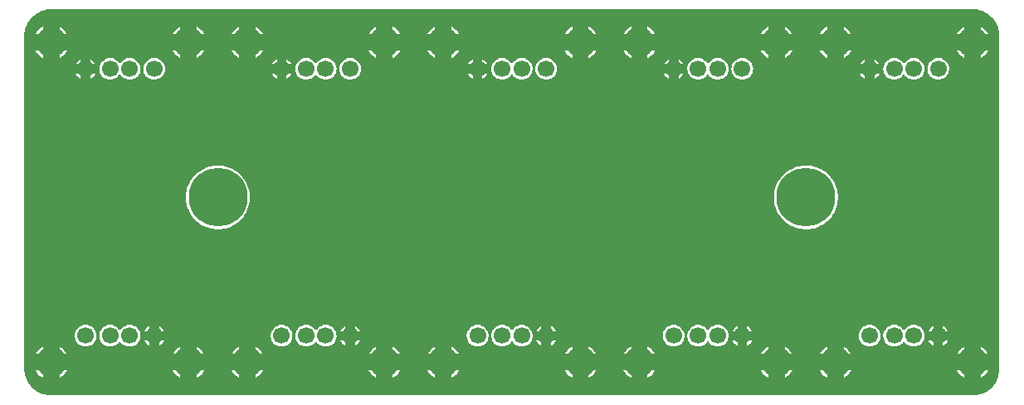
<source format=gtl>
G04 Layer: TopLayer*
G04 EasyEDA v6.5.1, 2022-07-02 21:29:07*
G04 a67cddfb3fce44daa9051d46cbbcc19f,10*
G04 Gerber Generator version 0.2*
G04 Scale: 100 percent, Rotated: No, Reflected: No *
G04 Dimensions in millimeters *
G04 leading zeros omitted , absolute positions ,4 integer and 5 decimal *
%FSLAX45Y45*%
%MOMM*%

%ADD11C,3.1000*%
%ADD12C,1.7000*%
%ADD13C,6.0000*%
%ADD14C,1.2700*%

%LPD*%
G36*
X300278Y25908D02*
G01*
X278079Y26822D01*
X256743Y29362D01*
X235610Y33629D01*
X214934Y39471D01*
X194767Y46939D01*
X175209Y55981D01*
X156464Y66548D01*
X138582Y78536D01*
X121716Y91846D01*
X105918Y106476D01*
X91338Y122326D01*
X78028Y139242D01*
X66141Y157124D01*
X55626Y175920D01*
X46634Y195478D01*
X39217Y215696D01*
X33426Y236423D01*
X29260Y257505D01*
X26771Y278892D01*
X25908Y300685D01*
X25908Y3699306D01*
X26822Y3721912D01*
X29362Y3743248D01*
X33629Y3764381D01*
X39471Y3785057D01*
X46939Y3805224D01*
X55981Y3824782D01*
X66548Y3843528D01*
X78536Y3861409D01*
X91846Y3878275D01*
X106476Y3894074D01*
X122326Y3908653D01*
X139242Y3921963D01*
X157124Y3933901D01*
X175920Y3944365D01*
X195478Y3953357D01*
X215696Y3960774D01*
X236423Y3966565D01*
X257505Y3970731D01*
X278892Y3973220D01*
X300685Y3974084D01*
X9699294Y3974084D01*
X9721900Y3973169D01*
X9743287Y3970629D01*
X9764369Y3966413D01*
X9785045Y3960520D01*
X9805263Y3953052D01*
X9824770Y3944010D01*
X9843516Y3933444D01*
X9861397Y3921506D01*
X9878314Y3908145D01*
X9894062Y3893515D01*
X9908641Y3877665D01*
X9921951Y3860749D01*
X9933889Y3842867D01*
X9944354Y3824071D01*
X9953345Y3804513D01*
X9960762Y3784295D01*
X9966553Y3763568D01*
X9970770Y3742486D01*
X9973259Y3721100D01*
X9974072Y3699306D01*
X9974072Y300685D01*
X9973157Y278079D01*
X9970617Y256743D01*
X9966401Y235610D01*
X9960508Y214934D01*
X9953040Y194767D01*
X9943998Y175209D01*
X9933482Y156464D01*
X9921494Y138582D01*
X9908133Y121716D01*
X9893503Y105918D01*
X9877704Y91338D01*
X9860788Y78028D01*
X9842855Y66141D01*
X9824059Y55626D01*
X9804501Y46634D01*
X9784334Y39217D01*
X9763607Y33426D01*
X9742474Y29260D01*
X9721088Y26771D01*
X9699294Y25908D01*
G37*

%LPC*%
G36*
X2139797Y3719372D02*
G01*
X2216150Y3719372D01*
X2216150Y3795623D01*
X2202942Y3788156D01*
X2187752Y3777335D01*
X2173732Y3765042D01*
X2161082Y3751376D01*
X2149906Y3736492D01*
G37*
G36*
X1616151Y204368D02*
G01*
X1616151Y280670D01*
X1539798Y280670D01*
X1540306Y279501D01*
X1549908Y263499D01*
X1561084Y248615D01*
X1573733Y234950D01*
X1587703Y222656D01*
X1602892Y211836D01*
G37*
G36*
X216154Y204368D02*
G01*
X216154Y280670D01*
X139801Y280670D01*
X149910Y263499D01*
X161086Y248615D01*
X173736Y234950D01*
X187756Y222656D01*
X202946Y211836D01*
G37*
G36*
X1783842Y204368D02*
G01*
X1797100Y211836D01*
X1812239Y222656D01*
X1826260Y234950D01*
X1838909Y248615D01*
X1850085Y263499D01*
X1859686Y279501D01*
X1860194Y280670D01*
X1783842Y280670D01*
G37*
G36*
X6216142Y204368D02*
G01*
X6216142Y280670D01*
X6139789Y280670D01*
X6149898Y263499D01*
X6161125Y248615D01*
X6173774Y234950D01*
X6187744Y222656D01*
X6202934Y211836D01*
G37*
G36*
X4216146Y204368D02*
G01*
X4216146Y280670D01*
X4139793Y280670D01*
X4149902Y263499D01*
X4161078Y248615D01*
X4173778Y234950D01*
X4187748Y222656D01*
X4202938Y211836D01*
G37*
G36*
X3616147Y204368D02*
G01*
X3616147Y280670D01*
X3539794Y280670D01*
X3540302Y279501D01*
X3549904Y263499D01*
X3561079Y248615D01*
X3573729Y234950D01*
X3587750Y222656D01*
X3602888Y211836D01*
G37*
G36*
X7616139Y204368D02*
G01*
X7616139Y280670D01*
X7539786Y280670D01*
X7540294Y279501D01*
X7549896Y263499D01*
X7561072Y248615D01*
X7573721Y234950D01*
X7587742Y222656D01*
X7602880Y211836D01*
G37*
G36*
X5616143Y204368D02*
G01*
X5616143Y280670D01*
X5539790Y280670D01*
X5540298Y279501D01*
X5549900Y263499D01*
X5561076Y248615D01*
X5573725Y234950D01*
X5587746Y222656D01*
X5602884Y211836D01*
G37*
G36*
X8216138Y204368D02*
G01*
X8216138Y280670D01*
X8139785Y280670D01*
X8149945Y263499D01*
X8161121Y248615D01*
X8173770Y234950D01*
X8187740Y222656D01*
X8202930Y211836D01*
G37*
G36*
X2216150Y204368D02*
G01*
X2216150Y280670D01*
X2139797Y280670D01*
X2149906Y263499D01*
X2161082Y248615D01*
X2173732Y234950D01*
X2187752Y222656D01*
X2202942Y211836D01*
G37*
G36*
X9616135Y204368D02*
G01*
X9616135Y280670D01*
X9539782Y280670D01*
X9549892Y263499D01*
X9561068Y248615D01*
X9573717Y234950D01*
X9587738Y222656D01*
X9602927Y211836D01*
G37*
G36*
X5783834Y204368D02*
G01*
X5797092Y211836D01*
X5812231Y222656D01*
X5826252Y234950D01*
X5838901Y248615D01*
X5850077Y263499D01*
X5859678Y279501D01*
X5860186Y280670D01*
X5783834Y280670D01*
G37*
G36*
X3783837Y204368D02*
G01*
X3797096Y211836D01*
X3812235Y222656D01*
X3826256Y234950D01*
X3838905Y248615D01*
X3850081Y263499D01*
X3859682Y279501D01*
X3860190Y280670D01*
X3783837Y280670D01*
G37*
G36*
X4383836Y204368D02*
G01*
X4397095Y211836D01*
X4412284Y222656D01*
X4426254Y234950D01*
X4438904Y248615D01*
X4450080Y263499D01*
X4460240Y280670D01*
X4383836Y280670D01*
G37*
G36*
X2383840Y204368D02*
G01*
X2397099Y211836D01*
X2412288Y222656D01*
X2426258Y234950D01*
X2438908Y248615D01*
X2450084Y263499D01*
X2460244Y280670D01*
X2383840Y280670D01*
G37*
G36*
X6383832Y204368D02*
G01*
X6397091Y211836D01*
X6412280Y222656D01*
X6426250Y234950D01*
X6438900Y248615D01*
X6450076Y263499D01*
X6460236Y280670D01*
X6383832Y280670D01*
G37*
G36*
X8383879Y204368D02*
G01*
X8397087Y211836D01*
X8412276Y222656D01*
X8426246Y234950D01*
X8438896Y248615D01*
X8450072Y263499D01*
X8460232Y280670D01*
X8383879Y280670D01*
G37*
G36*
X7783830Y204368D02*
G01*
X7797088Y211836D01*
X7812278Y222656D01*
X7826248Y234950D01*
X7838897Y248615D01*
X7850073Y263499D01*
X7859674Y279501D01*
X7860182Y280670D01*
X7783830Y280670D01*
G37*
G36*
X9783826Y204368D02*
G01*
X9797084Y211836D01*
X9812274Y222656D01*
X9826244Y234950D01*
X9838893Y248615D01*
X9850069Y263499D01*
X9860229Y280670D01*
X9783826Y280670D01*
G37*
G36*
X1783842Y448360D02*
G01*
X1859991Y448360D01*
X1855063Y457606D01*
X1844700Y473049D01*
X1832762Y487375D01*
X1819402Y500380D01*
X1804822Y511911D01*
X1789074Y521919D01*
X1783842Y524560D01*
G37*
G36*
X140004Y448360D02*
G01*
X216154Y448360D01*
X216154Y524560D01*
X210921Y521919D01*
X195173Y511911D01*
X180594Y500380D01*
X167233Y487375D01*
X155346Y473049D01*
X144932Y457606D01*
G37*
G36*
X1539951Y448360D02*
G01*
X1616151Y448360D01*
X1616151Y524560D01*
X1610868Y521919D01*
X1595170Y511911D01*
X1580591Y500380D01*
X1567230Y487375D01*
X1555292Y473049D01*
X1544929Y457606D01*
G37*
G36*
X383844Y448360D02*
G01*
X460044Y448360D01*
X455117Y457606D01*
X444703Y473049D01*
X432765Y487375D01*
X419404Y500380D01*
X404825Y511911D01*
X389128Y521919D01*
X383844Y524560D01*
G37*
G36*
X5539994Y448360D02*
G01*
X5616143Y448360D01*
X5616143Y524560D01*
X5610910Y521919D01*
X5595162Y511911D01*
X5580583Y500380D01*
X5567222Y487375D01*
X5555284Y473049D01*
X5544921Y457606D01*
G37*
G36*
X3539947Y448360D02*
G01*
X3616147Y448360D01*
X3616147Y524560D01*
X3610914Y521919D01*
X3595166Y511911D01*
X3580587Y500380D01*
X3567226Y487375D01*
X3555288Y473049D01*
X3544925Y457606D01*
G37*
G36*
X4383836Y448360D02*
G01*
X4460036Y448360D01*
X4455109Y457606D01*
X4444695Y473049D01*
X4432757Y487375D01*
X4419447Y500380D01*
X4404817Y511911D01*
X4389120Y521919D01*
X4383836Y524560D01*
G37*
G36*
X6139992Y448360D02*
G01*
X6216142Y448360D01*
X6216142Y524560D01*
X6210909Y521919D01*
X6195212Y511911D01*
X6180582Y500380D01*
X6167272Y487375D01*
X6155334Y473049D01*
X6144920Y457606D01*
G37*
G36*
X3783837Y448360D02*
G01*
X3859987Y448360D01*
X3855059Y457606D01*
X3844696Y473049D01*
X3832758Y487375D01*
X3819398Y500380D01*
X3804818Y511911D01*
X3789070Y521919D01*
X3783837Y524560D01*
G37*
G36*
X2383840Y448360D02*
G01*
X2460040Y448360D01*
X2455113Y457606D01*
X2444699Y473049D01*
X2432761Y487375D01*
X2419400Y500380D01*
X2404821Y511911D01*
X2389124Y521919D01*
X2383840Y524560D01*
G37*
G36*
X6383832Y448360D02*
G01*
X6460032Y448360D01*
X6455105Y457606D01*
X6444691Y473049D01*
X6432753Y487375D01*
X6419443Y500380D01*
X6404813Y511911D01*
X6389116Y521919D01*
X6383832Y524560D01*
G37*
G36*
X7783830Y448360D02*
G01*
X7860030Y448360D01*
X7855051Y457606D01*
X7844688Y473049D01*
X7832750Y487375D01*
X7819390Y500380D01*
X7804810Y511911D01*
X7789113Y521919D01*
X7783830Y524560D01*
G37*
G36*
X5783834Y448360D02*
G01*
X5860034Y448360D01*
X5855055Y457606D01*
X5844692Y473049D01*
X5832754Y487375D01*
X5819394Y500380D01*
X5804814Y511911D01*
X5789066Y521919D01*
X5783834Y524560D01*
G37*
G36*
X8383879Y448360D02*
G01*
X8460028Y448360D01*
X8455101Y457606D01*
X8444687Y473049D01*
X8432749Y487375D01*
X8419439Y500380D01*
X8404809Y511911D01*
X8389112Y521919D01*
X8383879Y524560D01*
G37*
G36*
X2140000Y448360D02*
G01*
X2216150Y448360D01*
X2216150Y524560D01*
X2210917Y521919D01*
X2195169Y511911D01*
X2180590Y500380D01*
X2167229Y487375D01*
X2155342Y473049D01*
X2144928Y457606D01*
G37*
G36*
X9539986Y448360D02*
G01*
X9616135Y448360D01*
X9616135Y524560D01*
X9610902Y521919D01*
X9595154Y511911D01*
X9580575Y500380D01*
X9567214Y487375D01*
X9555327Y473049D01*
X9544913Y457606D01*
G37*
G36*
X4139996Y448360D02*
G01*
X4216146Y448360D01*
X4216146Y524560D01*
X4210913Y521919D01*
X4195216Y511911D01*
X4180586Y500380D01*
X4167276Y487375D01*
X4155338Y473049D01*
X4144924Y457606D01*
G37*
G36*
X8139988Y448360D02*
G01*
X8216138Y448360D01*
X8216138Y524560D01*
X8210905Y521919D01*
X8195208Y511911D01*
X8180578Y500380D01*
X8167268Y487375D01*
X8155330Y473049D01*
X8144916Y457606D01*
G37*
G36*
X7539990Y448360D02*
G01*
X7616139Y448360D01*
X7616139Y524560D01*
X7610906Y521919D01*
X7595158Y511911D01*
X7580579Y500380D01*
X7567218Y487375D01*
X7555280Y473049D01*
X7544917Y457606D01*
G37*
G36*
X9783826Y448360D02*
G01*
X9860026Y448360D01*
X9855098Y457606D01*
X9844684Y473049D01*
X9832746Y487375D01*
X9819386Y500380D01*
X9804806Y511911D01*
X9789109Y521919D01*
X9783826Y524560D01*
G37*
G36*
X649986Y524611D02*
G01*
X664159Y525526D01*
X678129Y528218D01*
X691591Y532688D01*
X704392Y538886D01*
X716330Y546608D01*
X727151Y555853D01*
X736701Y566369D01*
X744829Y578002D01*
X751382Y590600D01*
X756310Y603961D01*
X759460Y617778D01*
X760831Y631952D01*
X760374Y646125D01*
X758088Y660146D01*
X754075Y673811D01*
X748334Y686765D01*
X740968Y698906D01*
X732078Y710031D01*
X721868Y719937D01*
X710488Y728421D01*
X698093Y735380D01*
X684936Y740714D01*
X671220Y744321D01*
X657098Y746150D01*
X642874Y746150D01*
X628802Y744321D01*
X615035Y740714D01*
X601878Y735380D01*
X589534Y728421D01*
X578104Y719937D01*
X567893Y710031D01*
X559054Y698906D01*
X551688Y686765D01*
X545947Y673811D01*
X541883Y660146D01*
X539648Y646125D01*
X539191Y631952D01*
X540512Y617778D01*
X543712Y603961D01*
X548589Y590600D01*
X555193Y578002D01*
X563321Y566369D01*
X572871Y555853D01*
X583692Y546608D01*
X595579Y538886D01*
X608380Y532688D01*
X621893Y528218D01*
X635812Y525526D01*
G37*
G36*
X2649982Y524611D02*
G01*
X2664155Y525526D01*
X2678125Y528218D01*
X2691587Y532688D01*
X2704388Y538886D01*
X2716326Y546608D01*
X2727147Y555853D01*
X2736697Y566369D01*
X2744825Y578002D01*
X2751378Y590600D01*
X2756306Y603961D01*
X2759456Y617778D01*
X2760827Y631952D01*
X2760370Y646125D01*
X2758084Y660146D01*
X2754071Y673811D01*
X2748330Y686765D01*
X2740964Y698906D01*
X2732074Y710031D01*
X2721864Y719937D01*
X2710484Y728421D01*
X2698089Y735380D01*
X2684932Y740714D01*
X2671216Y744321D01*
X2657094Y746150D01*
X2642870Y746150D01*
X2628798Y744321D01*
X2615082Y740714D01*
X2601874Y735380D01*
X2589530Y728421D01*
X2578100Y719937D01*
X2567889Y710031D01*
X2559050Y698906D01*
X2551684Y686765D01*
X2545943Y673811D01*
X2541879Y660146D01*
X2539644Y646125D01*
X2539187Y631952D01*
X2540558Y617778D01*
X2543708Y603961D01*
X2548585Y590600D01*
X2555189Y578002D01*
X2563317Y566369D01*
X2572867Y555853D01*
X2583688Y546608D01*
X2595575Y538886D01*
X2608376Y532688D01*
X2621889Y528218D01*
X2635808Y525526D01*
G37*
G36*
X4649978Y524611D02*
G01*
X4664202Y525526D01*
X4678121Y528218D01*
X4691634Y532688D01*
X4704435Y538886D01*
X4716322Y546608D01*
X4727143Y555853D01*
X4736693Y566369D01*
X4744821Y578002D01*
X4751374Y590600D01*
X4756302Y603961D01*
X4759452Y617778D01*
X4760823Y631952D01*
X4760366Y646125D01*
X4758131Y660146D01*
X4754067Y673811D01*
X4748326Y686765D01*
X4740960Y698906D01*
X4732070Y710031D01*
X4721860Y719937D01*
X4710480Y728421D01*
X4698136Y735380D01*
X4684928Y740714D01*
X4671212Y744321D01*
X4657090Y746150D01*
X4642916Y746150D01*
X4628794Y744321D01*
X4615078Y740714D01*
X4601870Y735380D01*
X4589526Y728421D01*
X4578096Y719937D01*
X4567936Y710031D01*
X4559046Y698906D01*
X4551680Y686765D01*
X4545939Y673811D01*
X4541875Y660146D01*
X4539640Y646125D01*
X4539183Y631952D01*
X4540554Y617778D01*
X4543704Y603961D01*
X4548581Y590600D01*
X4555185Y578002D01*
X4563313Y566369D01*
X4572863Y555853D01*
X4583684Y546608D01*
X4595571Y538886D01*
X4608372Y532688D01*
X4621885Y528218D01*
X4635804Y525526D01*
G37*
G36*
X6650024Y524611D02*
G01*
X6664198Y525526D01*
X6678117Y528218D01*
X6691630Y532688D01*
X6704431Y538886D01*
X6716318Y546608D01*
X6727139Y555853D01*
X6736689Y566369D01*
X6744817Y578002D01*
X6751370Y590600D01*
X6756298Y603961D01*
X6759448Y617778D01*
X6760819Y631952D01*
X6760362Y646125D01*
X6758127Y660146D01*
X6754063Y673811D01*
X6748322Y686765D01*
X6740956Y698906D01*
X6732066Y710031D01*
X6721856Y719937D01*
X6710476Y728421D01*
X6698132Y735380D01*
X6684924Y740714D01*
X6671208Y744321D01*
X6657086Y746150D01*
X6642912Y746150D01*
X6628790Y744321D01*
X6615074Y740714D01*
X6601866Y735380D01*
X6589522Y728421D01*
X6578142Y719937D01*
X6567931Y710031D01*
X6559042Y698906D01*
X6551676Y686765D01*
X6545935Y673811D01*
X6541871Y660146D01*
X6539636Y646125D01*
X6539179Y631952D01*
X6540550Y617778D01*
X6543700Y603961D01*
X6548628Y590600D01*
X6555181Y578002D01*
X6563309Y566369D01*
X6572859Y555853D01*
X6583680Y546608D01*
X6595567Y538886D01*
X6608368Y532688D01*
X6621881Y528218D01*
X6635800Y525526D01*
G37*
G36*
X8650020Y524611D02*
G01*
X8664194Y525526D01*
X8678113Y528218D01*
X8691626Y532688D01*
X8704427Y538886D01*
X8716314Y546608D01*
X8727135Y555853D01*
X8736685Y566369D01*
X8744813Y578002D01*
X8751417Y590600D01*
X8756294Y603961D01*
X8759444Y617778D01*
X8760815Y631952D01*
X8760358Y646125D01*
X8758123Y660146D01*
X8754059Y673811D01*
X8748318Y686765D01*
X8740952Y698906D01*
X8732062Y710031D01*
X8721902Y719937D01*
X8710472Y728421D01*
X8698128Y735380D01*
X8684920Y740714D01*
X8671204Y744321D01*
X8657082Y746150D01*
X8642908Y746150D01*
X8628786Y744321D01*
X8615070Y740714D01*
X8601913Y735380D01*
X8589518Y728421D01*
X8578138Y719937D01*
X8567928Y710031D01*
X8559038Y698906D01*
X8551672Y686765D01*
X8545931Y673811D01*
X8541918Y660146D01*
X8539632Y646125D01*
X8539175Y631952D01*
X8540546Y617778D01*
X8543696Y603961D01*
X8548624Y590600D01*
X8555177Y578002D01*
X8563305Y566369D01*
X8572855Y555853D01*
X8583676Y546608D01*
X8595563Y538886D01*
X8608364Y532688D01*
X8621877Y528218D01*
X8635796Y525526D01*
G37*
G36*
X900023Y524611D02*
G01*
X914196Y525526D01*
X928116Y528218D01*
X941628Y532688D01*
X954430Y538886D01*
X966317Y546608D01*
X977137Y555853D01*
X986688Y566369D01*
X991666Y573481D01*
X994460Y576173D01*
X998067Y577646D01*
X1001928Y577646D01*
X1005535Y576173D01*
X1008329Y573481D01*
X1013307Y566369D01*
X1022858Y555853D01*
X1033678Y546608D01*
X1045565Y538886D01*
X1058367Y532688D01*
X1071880Y528218D01*
X1085799Y525526D01*
X1100023Y524611D01*
X1114196Y525526D01*
X1128115Y528218D01*
X1141628Y532688D01*
X1154430Y538886D01*
X1166317Y546608D01*
X1177137Y555853D01*
X1186688Y566369D01*
X1194816Y578002D01*
X1201420Y590600D01*
X1206296Y603961D01*
X1209446Y617778D01*
X1210818Y631952D01*
X1210360Y646125D01*
X1208125Y660146D01*
X1204061Y673811D01*
X1198321Y686765D01*
X1190955Y698906D01*
X1182065Y710031D01*
X1171905Y719937D01*
X1160475Y728421D01*
X1148130Y735380D01*
X1134922Y740714D01*
X1121206Y744321D01*
X1107084Y746150D01*
X1092911Y746150D01*
X1078788Y744321D01*
X1065072Y740714D01*
X1051864Y735380D01*
X1039520Y728421D01*
X1028141Y719937D01*
X1017930Y710031D01*
X1008684Y698347D01*
X1005890Y695299D01*
X1002080Y693623D01*
X997915Y693623D01*
X994156Y695299D01*
X990955Y698906D01*
X982065Y710031D01*
X971905Y719937D01*
X960475Y728421D01*
X948131Y735380D01*
X934923Y740714D01*
X921207Y744321D01*
X907084Y746150D01*
X892911Y746150D01*
X878789Y744321D01*
X865073Y740714D01*
X851865Y735380D01*
X839520Y728421D01*
X828141Y719937D01*
X817930Y710031D01*
X809040Y698906D01*
X801674Y686765D01*
X795934Y673811D01*
X791870Y660146D01*
X789635Y646125D01*
X789178Y631952D01*
X790549Y617778D01*
X793699Y603961D01*
X798626Y590600D01*
X805180Y578002D01*
X813308Y566369D01*
X822858Y555853D01*
X833678Y546608D01*
X845566Y538886D01*
X858367Y532688D01*
X871880Y528218D01*
X885799Y525526D01*
G37*
G36*
X5539790Y3719372D02*
G01*
X5616143Y3719372D01*
X5616143Y3795623D01*
X5602884Y3788156D01*
X5587746Y3777335D01*
X5573725Y3765042D01*
X5561076Y3751376D01*
X5549900Y3736492D01*
X5540298Y3720541D01*
G37*
G36*
X6900011Y524611D02*
G01*
X6914184Y525526D01*
X6928103Y528218D01*
X6941616Y532688D01*
X6954418Y538886D01*
X6966305Y546608D01*
X6977125Y555853D01*
X6986676Y566369D01*
X6991654Y573481D01*
X6994448Y576173D01*
X6998055Y577646D01*
X7001916Y577646D01*
X7005523Y576173D01*
X7008317Y573481D01*
X7013295Y566369D01*
X7022846Y555853D01*
X7033666Y546608D01*
X7045604Y538886D01*
X7058406Y532688D01*
X7071868Y528218D01*
X7085838Y525526D01*
X7100011Y524611D01*
X7114184Y525526D01*
X7128103Y528218D01*
X7141616Y532688D01*
X7154418Y538886D01*
X7166305Y546608D01*
X7177125Y555853D01*
X7186675Y566369D01*
X7194803Y578002D01*
X7201408Y590600D01*
X7206284Y603961D01*
X7209485Y617778D01*
X7210806Y631952D01*
X7210348Y646125D01*
X7208113Y660146D01*
X7204049Y673811D01*
X7198309Y686765D01*
X7190943Y698906D01*
X7182103Y710031D01*
X7171893Y719937D01*
X7160514Y728421D01*
X7148118Y735380D01*
X7134961Y740714D01*
X7121194Y744321D01*
X7107123Y746150D01*
X7092899Y746150D01*
X7078776Y744321D01*
X7065060Y740714D01*
X7051903Y735380D01*
X7039508Y728421D01*
X7028129Y719937D01*
X7017918Y710031D01*
X7008672Y698347D01*
X7005878Y695299D01*
X7002068Y693623D01*
X6997953Y693623D01*
X6994144Y695299D01*
X6990943Y698906D01*
X6982104Y710031D01*
X6971893Y719937D01*
X6960514Y728421D01*
X6948119Y735380D01*
X6934962Y740714D01*
X6921195Y744321D01*
X6907123Y746150D01*
X6892899Y746150D01*
X6878777Y744321D01*
X6865061Y740714D01*
X6851903Y735380D01*
X6839508Y728421D01*
X6828129Y719937D01*
X6817918Y710031D01*
X6809028Y698906D01*
X6801662Y686765D01*
X6795922Y673811D01*
X6791909Y660146D01*
X6789623Y646125D01*
X6789166Y631952D01*
X6790537Y617778D01*
X6793687Y603961D01*
X6798614Y590600D01*
X6805168Y578002D01*
X6813296Y566369D01*
X6822846Y555853D01*
X6833666Y546608D01*
X6845604Y538886D01*
X6858406Y532688D01*
X6871868Y528218D01*
X6885838Y525526D01*
G37*
G36*
X9539782Y3719372D02*
G01*
X9616135Y3719372D01*
X9616135Y3795623D01*
X9602927Y3788156D01*
X9587738Y3777335D01*
X9573717Y3765042D01*
X9561068Y3751376D01*
X9549892Y3736492D01*
G37*
G36*
X2900019Y524611D02*
G01*
X2914192Y525526D01*
X2928112Y528218D01*
X2941624Y532688D01*
X2954426Y538886D01*
X2966313Y546608D01*
X2977134Y555853D01*
X2986684Y566369D01*
X2991662Y573481D01*
X2994456Y576173D01*
X2998063Y577646D01*
X3001924Y577646D01*
X3005531Y576173D01*
X3008325Y573481D01*
X3013303Y566369D01*
X3022854Y555853D01*
X3033674Y546608D01*
X3045561Y538886D01*
X3058363Y532688D01*
X3071876Y528218D01*
X3085795Y525526D01*
X3100019Y524611D01*
X3114192Y525526D01*
X3128111Y528218D01*
X3141624Y532688D01*
X3154426Y538886D01*
X3166313Y546608D01*
X3177133Y555853D01*
X3186684Y566369D01*
X3194812Y578002D01*
X3201416Y590600D01*
X3206292Y603961D01*
X3209442Y617778D01*
X3210814Y631952D01*
X3210356Y646125D01*
X3208121Y660146D01*
X3204057Y673811D01*
X3198317Y686765D01*
X3190951Y698906D01*
X3182061Y710031D01*
X3171901Y719937D01*
X3160471Y728421D01*
X3148126Y735380D01*
X3134918Y740714D01*
X3121202Y744321D01*
X3107080Y746150D01*
X3092907Y746150D01*
X3078784Y744321D01*
X3065068Y740714D01*
X3051911Y735380D01*
X3039516Y728421D01*
X3028137Y719937D01*
X3017926Y710031D01*
X3008680Y698347D01*
X3005886Y695299D01*
X3002076Y693623D01*
X2997911Y693623D01*
X2994152Y695299D01*
X2990951Y698906D01*
X2982061Y710031D01*
X2971901Y719937D01*
X2960471Y728421D01*
X2948127Y735380D01*
X2934919Y740714D01*
X2921203Y744321D01*
X2907080Y746150D01*
X2892907Y746150D01*
X2878785Y744321D01*
X2865069Y740714D01*
X2851912Y735380D01*
X2839516Y728421D01*
X2828137Y719937D01*
X2817926Y710031D01*
X2809036Y698906D01*
X2801670Y686765D01*
X2795930Y673811D01*
X2791917Y660146D01*
X2789631Y646125D01*
X2789174Y631952D01*
X2790545Y617778D01*
X2793695Y603961D01*
X2798622Y590600D01*
X2805176Y578002D01*
X2813304Y566369D01*
X2822854Y555853D01*
X2833674Y546608D01*
X2845562Y538886D01*
X2858363Y532688D01*
X2871876Y528218D01*
X2885795Y525526D01*
G37*
G36*
X8139785Y3719372D02*
G01*
X8216138Y3719372D01*
X8216138Y3795623D01*
X8202930Y3788156D01*
X8187740Y3777335D01*
X8173770Y3765042D01*
X8161121Y3751376D01*
X8149945Y3736492D01*
G37*
G36*
X4900015Y524611D02*
G01*
X4914188Y525526D01*
X4928108Y528218D01*
X4941620Y532688D01*
X4954422Y538886D01*
X4966309Y546608D01*
X4977130Y555853D01*
X4986680Y566369D01*
X4991658Y573481D01*
X4994452Y576173D01*
X4998059Y577646D01*
X5001920Y577646D01*
X5005527Y576173D01*
X5008321Y573481D01*
X5013299Y566369D01*
X5022850Y555853D01*
X5033670Y546608D01*
X5045608Y538886D01*
X5058410Y532688D01*
X5071872Y528218D01*
X5085842Y525526D01*
X5100015Y524611D01*
X5114188Y525526D01*
X5128107Y528218D01*
X5141620Y532688D01*
X5154422Y538886D01*
X5166309Y546608D01*
X5177129Y555853D01*
X5186680Y566369D01*
X5194808Y578002D01*
X5201412Y590600D01*
X5206288Y603961D01*
X5209489Y617778D01*
X5210810Y631952D01*
X5210352Y646125D01*
X5208117Y660146D01*
X5204053Y673811D01*
X5198313Y686765D01*
X5190947Y698906D01*
X5182108Y710031D01*
X5171897Y719937D01*
X5160518Y728421D01*
X5148122Y735380D01*
X5134965Y740714D01*
X5121198Y744321D01*
X5107127Y746150D01*
X5092903Y746150D01*
X5078780Y744321D01*
X5065064Y740714D01*
X5051907Y735380D01*
X5039512Y728421D01*
X5028133Y719937D01*
X5017922Y710031D01*
X5008676Y698347D01*
X5005882Y695299D01*
X5002072Y693623D01*
X4997907Y693623D01*
X4994148Y695299D01*
X4990947Y698906D01*
X4982108Y710031D01*
X4971897Y719937D01*
X4960518Y728421D01*
X4948123Y735380D01*
X4934966Y740714D01*
X4921199Y744321D01*
X4907127Y746150D01*
X4892903Y746150D01*
X4878781Y744321D01*
X4865065Y740714D01*
X4851908Y735380D01*
X4839512Y728421D01*
X4828133Y719937D01*
X4817922Y710031D01*
X4809032Y698906D01*
X4801666Y686765D01*
X4795926Y673811D01*
X4791913Y660146D01*
X4789627Y646125D01*
X4789170Y631952D01*
X4790541Y617778D01*
X4793691Y603961D01*
X4798618Y590600D01*
X4805172Y578002D01*
X4813300Y566369D01*
X4822850Y555853D01*
X4833670Y546608D01*
X4845608Y538886D01*
X4858410Y532688D01*
X4871872Y528218D01*
X4885842Y525526D01*
G37*
G36*
X6139789Y3719372D02*
G01*
X6216142Y3719372D01*
X6216142Y3795623D01*
X6202934Y3788156D01*
X6187744Y3777335D01*
X6173774Y3765042D01*
X6161125Y3751376D01*
X6149898Y3736492D01*
G37*
G36*
X8900007Y524611D02*
G01*
X8914180Y525526D01*
X8928150Y528218D01*
X8941612Y532688D01*
X8954414Y538886D01*
X8966301Y546608D01*
X8977122Y555853D01*
X8986672Y566369D01*
X8991650Y573481D01*
X8994444Y576173D01*
X8998051Y577646D01*
X9001963Y577646D01*
X9005519Y576173D01*
X9008313Y573481D01*
X9013291Y566369D01*
X9022842Y555853D01*
X9033662Y546608D01*
X9045600Y538886D01*
X9058402Y532688D01*
X9071864Y528218D01*
X9085834Y525526D01*
X9100007Y524611D01*
X9114180Y525526D01*
X9128150Y528218D01*
X9141612Y532688D01*
X9154414Y538886D01*
X9166301Y546608D01*
X9177121Y555853D01*
X9186672Y566369D01*
X9194800Y578002D01*
X9201404Y590600D01*
X9206280Y603961D01*
X9209481Y617778D01*
X9210852Y631952D01*
X9210395Y646125D01*
X9208109Y660146D01*
X9204045Y673811D01*
X9198305Y686765D01*
X9190939Y698906D01*
X9182100Y710031D01*
X9171889Y719937D01*
X9160510Y728421D01*
X9148114Y735380D01*
X9134957Y740714D01*
X9121190Y744321D01*
X9107119Y746150D01*
X9092895Y746150D01*
X9078823Y744321D01*
X9065056Y740714D01*
X9051899Y735380D01*
X9039504Y728421D01*
X9028125Y719937D01*
X9017914Y710031D01*
X9008668Y698347D01*
X9005874Y695299D01*
X9002064Y693623D01*
X8997950Y693623D01*
X8994140Y695299D01*
X8990939Y698906D01*
X8982100Y710031D01*
X8971889Y719937D01*
X8960510Y728421D01*
X8948115Y735380D01*
X8934958Y740714D01*
X8921191Y744321D01*
X8907119Y746150D01*
X8892895Y746150D01*
X8878824Y744321D01*
X8865057Y740714D01*
X8851900Y735380D01*
X8839504Y728421D01*
X8828125Y719937D01*
X8817914Y710031D01*
X8809075Y698906D01*
X8801709Y686765D01*
X8795918Y673811D01*
X8791905Y660146D01*
X8789619Y646125D01*
X8789162Y631952D01*
X8790533Y617778D01*
X8793683Y603961D01*
X8798610Y590600D01*
X8805164Y578002D01*
X8813292Y566369D01*
X8822842Y555853D01*
X8833662Y546608D01*
X8845600Y538886D01*
X8858402Y532688D01*
X8871864Y528218D01*
X8885834Y525526D01*
G37*
G36*
X4139793Y3719372D02*
G01*
X4216146Y3719372D01*
X4216146Y3795623D01*
X4202938Y3788156D01*
X4187748Y3777335D01*
X4173778Y3765042D01*
X4161078Y3751376D01*
X4149902Y3736492D01*
G37*
G36*
X1398828Y536194D02*
G01*
X1404416Y538886D01*
X1416304Y546608D01*
X1427124Y555853D01*
X1436674Y566369D01*
X1444802Y578002D01*
X1449324Y586638D01*
X1398828Y586638D01*
G37*
G36*
X1301140Y536194D02*
G01*
X1301140Y586638D01*
X1250696Y586638D01*
X1255166Y578002D01*
X1263294Y566369D01*
X1272844Y555853D01*
X1283665Y546608D01*
X1295603Y538886D01*
G37*
G36*
X7398867Y536194D02*
G01*
X7404404Y538886D01*
X7416342Y546608D01*
X7427163Y555853D01*
X7436713Y566369D01*
X7444841Y578002D01*
X7449312Y586638D01*
X7398867Y586638D01*
G37*
G36*
X3301136Y536194D02*
G01*
X3301136Y586638D01*
X3250692Y586638D01*
X3255162Y578002D01*
X3263290Y566369D01*
X3272840Y555853D01*
X3283661Y546608D01*
X3295599Y538886D01*
G37*
G36*
X3398824Y536194D02*
G01*
X3404412Y538886D01*
X3416300Y546608D01*
X3427120Y555853D01*
X3436670Y566369D01*
X3444798Y578002D01*
X3449320Y586638D01*
X3398824Y586638D01*
G37*
G36*
X9398863Y536194D02*
G01*
X9404400Y538886D01*
X9416338Y546608D01*
X9427159Y555853D01*
X9436709Y566369D01*
X9444837Y578002D01*
X9449308Y586638D01*
X9398863Y586638D01*
G37*
G36*
X5398871Y536194D02*
G01*
X5404408Y538886D01*
X5416346Y546608D01*
X5427116Y555853D01*
X5436717Y566369D01*
X5444845Y578002D01*
X5449316Y586638D01*
X5398871Y586638D01*
G37*
G36*
X7301128Y536194D02*
G01*
X7301128Y586638D01*
X7250684Y586638D01*
X7255154Y578002D01*
X7263282Y566369D01*
X7272832Y555853D01*
X7283653Y546608D01*
X7295591Y538886D01*
G37*
G36*
X5301132Y536194D02*
G01*
X5301132Y586638D01*
X5250688Y586638D01*
X5255158Y578002D01*
X5263286Y566369D01*
X5272836Y555853D01*
X5283657Y546608D01*
X5295595Y538886D01*
G37*
G36*
X9301124Y536194D02*
G01*
X9301124Y586638D01*
X9250680Y586638D01*
X9255150Y578002D01*
X9263329Y566369D01*
X9272879Y555853D01*
X9283700Y546608D01*
X9295587Y538886D01*
G37*
G36*
X1398828Y684326D02*
G01*
X1449374Y684326D01*
X1448308Y686765D01*
X1440942Y698906D01*
X1432102Y710031D01*
X1421892Y719937D01*
X1410512Y728421D01*
X1398828Y734974D01*
G37*
G36*
X1250594Y684326D02*
G01*
X1301140Y684326D01*
X1301140Y734974D01*
X1289507Y728421D01*
X1278128Y719937D01*
X1267917Y710031D01*
X1259078Y698906D01*
X1251712Y686765D01*
G37*
G36*
X5250586Y684326D02*
G01*
X5301132Y684326D01*
X5301132Y734974D01*
X5289499Y728421D01*
X5278120Y719937D01*
X5267909Y710031D01*
X5259070Y698906D01*
X5251704Y686765D01*
G37*
G36*
X7250582Y684326D02*
G01*
X7301128Y684326D01*
X7301128Y734974D01*
X7289495Y728421D01*
X7278116Y719937D01*
X7267905Y710031D01*
X7259066Y698906D01*
X7251700Y686765D01*
G37*
G36*
X5398871Y684326D02*
G01*
X5449366Y684326D01*
X5448300Y686765D01*
X5440934Y698906D01*
X5432094Y710031D01*
X5421884Y719937D01*
X5410504Y728421D01*
X5398871Y734974D01*
G37*
G36*
X3398824Y684326D02*
G01*
X3449370Y684326D01*
X3448304Y686765D01*
X3440937Y698906D01*
X3432098Y710031D01*
X3421887Y719937D01*
X3410508Y728421D01*
X3398824Y734974D01*
G37*
G36*
X3250590Y684326D02*
G01*
X3301136Y684326D01*
X3301136Y734974D01*
X3289503Y728421D01*
X3278124Y719937D01*
X3267913Y710031D01*
X3259074Y698906D01*
X3251708Y686765D01*
G37*
G36*
X9398863Y684326D02*
G01*
X9449409Y684326D01*
X9448292Y686765D01*
X9440926Y698906D01*
X9432086Y710031D01*
X9421876Y719937D01*
X9410496Y728421D01*
X9398863Y734974D01*
G37*
G36*
X7398867Y684326D02*
G01*
X7449413Y684326D01*
X7448296Y686765D01*
X7440930Y698906D01*
X7432090Y710031D01*
X7421880Y719937D01*
X7410500Y728421D01*
X7398867Y734974D01*
G37*
G36*
X9250629Y684326D02*
G01*
X9301124Y684326D01*
X9301124Y734974D01*
X9289491Y728421D01*
X9278112Y719937D01*
X9267901Y710031D01*
X9259062Y698906D01*
X9251696Y686765D01*
G37*
G36*
X7539786Y3719372D02*
G01*
X7616139Y3719372D01*
X7616139Y3795623D01*
X7602880Y3788156D01*
X7587742Y3777335D01*
X7573721Y3765042D01*
X7561072Y3751376D01*
X7549896Y3736492D01*
X7540294Y3720541D01*
G37*
G36*
X3539794Y3719372D02*
G01*
X3616147Y3719372D01*
X3616147Y3795623D01*
X3602888Y3788156D01*
X3587750Y3777335D01*
X3573729Y3765042D01*
X3561079Y3751376D01*
X3549904Y3736492D01*
X3540302Y3720541D01*
G37*
G36*
X9783826Y3719372D02*
G01*
X9860229Y3719372D01*
X9850069Y3736492D01*
X9838893Y3751376D01*
X9826244Y3765042D01*
X9812274Y3777335D01*
X9797084Y3788156D01*
X9783826Y3795623D01*
G37*
G36*
X7783830Y3719372D02*
G01*
X7860182Y3719372D01*
X7859674Y3720541D01*
X7850073Y3736492D01*
X7838897Y3751376D01*
X7826248Y3765042D01*
X7812278Y3777335D01*
X7797088Y3788156D01*
X7783830Y3795623D01*
G37*
G36*
X8383879Y3719372D02*
G01*
X8460232Y3719372D01*
X8450072Y3736492D01*
X8438896Y3751376D01*
X8426246Y3765042D01*
X8412276Y3777335D01*
X8397087Y3788156D01*
X8383879Y3795623D01*
G37*
G36*
X383844Y204368D02*
G01*
X397103Y211836D01*
X412292Y222656D01*
X426262Y234950D01*
X438912Y248615D01*
X450088Y263499D01*
X460248Y280670D01*
X383844Y280670D01*
G37*
G36*
X8006334Y1724152D02*
G01*
X8031530Y1725625D01*
X8056575Y1729079D01*
X8081314Y1734413D01*
X8105495Y1741678D01*
X8129066Y1750771D01*
X8151875Y1761693D01*
X8173770Y1774291D01*
X8194598Y1788617D01*
X8214309Y1804466D01*
X8232648Y1821789D01*
X8249666Y1840534D01*
X8265159Y1860499D01*
X8279028Y1881632D01*
X8291220Y1903730D01*
X8301685Y1926742D01*
X8310321Y1950516D01*
X8317128Y1974850D01*
X8322005Y1999640D01*
X8324900Y2024735D01*
X8325916Y2050034D01*
X8324900Y2075281D01*
X8322005Y2100376D01*
X8317128Y2125167D01*
X8310321Y2149500D01*
X8301685Y2173274D01*
X8291220Y2196287D01*
X8279028Y2218385D01*
X8265159Y2239518D01*
X8249666Y2259482D01*
X8232648Y2278227D01*
X8214309Y2295550D01*
X8194598Y2311400D01*
X8173770Y2325725D01*
X8151875Y2338374D01*
X8129066Y2349246D01*
X8105495Y2358339D01*
X8081314Y2365603D01*
X8056575Y2370937D01*
X8031530Y2374392D01*
X8006334Y2375865D01*
X7981035Y2375357D01*
X7955889Y2372918D01*
X7930997Y2368550D01*
X7906512Y2362200D01*
X7882636Y2354021D01*
X7859420Y2344013D01*
X7837068Y2332228D01*
X7815681Y2318766D01*
X7795412Y2303678D01*
X7776362Y2287066D01*
X7758633Y2269032D01*
X7742428Y2249678D01*
X7727696Y2229104D01*
X7714640Y2207463D01*
X7703312Y2184857D01*
X7693761Y2161489D01*
X7686040Y2137410D01*
X7680198Y2112822D01*
X7676286Y2087829D01*
X7674356Y2062632D01*
X7674356Y2037384D01*
X7676286Y2012188D01*
X7680198Y1987194D01*
X7686040Y1962607D01*
X7693761Y1938528D01*
X7703312Y1915160D01*
X7714640Y1892554D01*
X7727696Y1870913D01*
X7742428Y1850389D01*
X7758633Y1830984D01*
X7776362Y1812950D01*
X7795412Y1796338D01*
X7815681Y1781251D01*
X7837068Y1767789D01*
X7859420Y1756003D01*
X7882636Y1745996D01*
X7906512Y1737817D01*
X7930997Y1731518D01*
X7955889Y1727098D01*
X7981035Y1724660D01*
G37*
G36*
X1342898Y3253841D02*
G01*
X1357122Y3253841D01*
X1371193Y3255670D01*
X1384960Y3259277D01*
X1398117Y3264611D01*
X1410512Y3271570D01*
X1421892Y3280054D01*
X1432102Y3289960D01*
X1440942Y3301085D01*
X1448308Y3313226D01*
X1454048Y3326231D01*
X1458112Y3339846D01*
X1460398Y3353866D01*
X1460804Y3368040D01*
X1459484Y3382213D01*
X1456283Y3396081D01*
X1451406Y3409391D01*
X1444802Y3421989D01*
X1436674Y3433622D01*
X1427124Y3444189D01*
X1416304Y3453384D01*
X1404416Y3461105D01*
X1391615Y3467303D01*
X1378102Y3471773D01*
X1364183Y3474465D01*
X1350010Y3475380D01*
X1335836Y3474465D01*
X1321866Y3471773D01*
X1308404Y3467303D01*
X1295603Y3461105D01*
X1283665Y3453384D01*
X1272844Y3444189D01*
X1263294Y3433622D01*
X1255166Y3421989D01*
X1248613Y3409391D01*
X1243685Y3396081D01*
X1240536Y3382213D01*
X1239164Y3368040D01*
X1239621Y3353866D01*
X1241907Y3339846D01*
X1245920Y3326231D01*
X1251712Y3313226D01*
X1259078Y3301085D01*
X1267917Y3289960D01*
X1278128Y3280054D01*
X1289507Y3271570D01*
X1301902Y3264611D01*
X1315059Y3259277D01*
X1328826Y3255670D01*
G37*
G36*
X3342894Y3253841D02*
G01*
X3357118Y3253841D01*
X3371189Y3255670D01*
X3384956Y3259277D01*
X3398113Y3264611D01*
X3410508Y3271570D01*
X3421887Y3280054D01*
X3432098Y3289960D01*
X3440937Y3301085D01*
X3448304Y3313226D01*
X3454044Y3326231D01*
X3458108Y3339846D01*
X3460394Y3353866D01*
X3460851Y3368040D01*
X3459479Y3382213D01*
X3456279Y3396081D01*
X3451402Y3409391D01*
X3444798Y3421989D01*
X3436670Y3433622D01*
X3427120Y3444189D01*
X3416300Y3453384D01*
X3404412Y3461105D01*
X3391611Y3467303D01*
X3378149Y3471773D01*
X3364179Y3474465D01*
X3350006Y3475380D01*
X3335832Y3474465D01*
X3321862Y3471773D01*
X3308400Y3467303D01*
X3295599Y3461105D01*
X3283661Y3453384D01*
X3272840Y3444189D01*
X3263290Y3433622D01*
X3255162Y3421989D01*
X3248609Y3409391D01*
X3243681Y3396081D01*
X3240532Y3382213D01*
X3239160Y3368040D01*
X3239617Y3353866D01*
X3241903Y3339846D01*
X3245916Y3326231D01*
X3251708Y3313226D01*
X3259074Y3301085D01*
X3267913Y3289960D01*
X3278124Y3280054D01*
X3289503Y3271570D01*
X3301898Y3264611D01*
X3315055Y3259277D01*
X3328822Y3255670D01*
G37*
G36*
X7342886Y3253841D02*
G01*
X7357109Y3253841D01*
X7371181Y3255670D01*
X7384948Y3259277D01*
X7398105Y3264611D01*
X7410500Y3271570D01*
X7421880Y3280054D01*
X7432090Y3289960D01*
X7440930Y3301085D01*
X7448296Y3313226D01*
X7454087Y3326231D01*
X7458100Y3339846D01*
X7460386Y3353866D01*
X7460843Y3368040D01*
X7459472Y3382213D01*
X7456322Y3396081D01*
X7451394Y3409391D01*
X7444841Y3421989D01*
X7436713Y3433622D01*
X7427163Y3444189D01*
X7416342Y3453384D01*
X7404404Y3461105D01*
X7391603Y3467303D01*
X7378141Y3471773D01*
X7364171Y3474465D01*
X7349998Y3475380D01*
X7335824Y3474465D01*
X7321854Y3471773D01*
X7308392Y3467303D01*
X7295591Y3461105D01*
X7283653Y3453384D01*
X7272832Y3444189D01*
X7263282Y3433622D01*
X7255154Y3421989D01*
X7248601Y3409391D01*
X7243673Y3396081D01*
X7240524Y3382213D01*
X7239152Y3368040D01*
X7239609Y3353866D01*
X7241895Y3339846D01*
X7245959Y3326231D01*
X7251700Y3313226D01*
X7259066Y3301085D01*
X7267905Y3289960D01*
X7278116Y3280054D01*
X7289495Y3271570D01*
X7301890Y3264611D01*
X7315047Y3259277D01*
X7328814Y3255670D01*
G37*
G36*
X9342882Y3253841D02*
G01*
X9357106Y3253841D01*
X9371177Y3255670D01*
X9384944Y3259277D01*
X9398101Y3264611D01*
X9410496Y3271570D01*
X9421876Y3280054D01*
X9432086Y3289960D01*
X9440926Y3301085D01*
X9448292Y3313226D01*
X9454083Y3326231D01*
X9458096Y3339846D01*
X9460382Y3353866D01*
X9460839Y3368040D01*
X9459468Y3382213D01*
X9456318Y3396081D01*
X9451390Y3409391D01*
X9444837Y3421989D01*
X9436709Y3433622D01*
X9427159Y3444189D01*
X9416338Y3453384D01*
X9404400Y3461105D01*
X9391599Y3467303D01*
X9378137Y3471773D01*
X9364167Y3474465D01*
X9349994Y3475380D01*
X9335820Y3474465D01*
X9321850Y3471773D01*
X9308388Y3467303D01*
X9295587Y3461105D01*
X9283700Y3453384D01*
X9272879Y3444189D01*
X9263329Y3433622D01*
X9255150Y3421989D01*
X9248597Y3409391D01*
X9243720Y3396081D01*
X9240520Y3382213D01*
X9239148Y3368040D01*
X9239605Y3353866D01*
X9241891Y3339846D01*
X9245955Y3326231D01*
X9251696Y3313226D01*
X9259062Y3301085D01*
X9267901Y3289960D01*
X9278112Y3280054D01*
X9289491Y3271570D01*
X9301886Y3264611D01*
X9315043Y3259277D01*
X9328810Y3255670D01*
G37*
G36*
X5342890Y3253841D02*
G01*
X5357114Y3253841D01*
X5371185Y3255670D01*
X5384952Y3259277D01*
X5398109Y3264611D01*
X5410504Y3271570D01*
X5421884Y3280054D01*
X5432094Y3289960D01*
X5440934Y3301085D01*
X5448300Y3313226D01*
X5454040Y3326231D01*
X5458104Y3339846D01*
X5460390Y3353866D01*
X5460847Y3368040D01*
X5459476Y3382213D01*
X5456326Y3396081D01*
X5451398Y3409391D01*
X5444845Y3421989D01*
X5436717Y3433622D01*
X5427116Y3444189D01*
X5416346Y3453384D01*
X5404408Y3461105D01*
X5391607Y3467303D01*
X5378145Y3471773D01*
X5364175Y3474465D01*
X5350002Y3475380D01*
X5335828Y3474465D01*
X5321858Y3471773D01*
X5308396Y3467303D01*
X5295595Y3461105D01*
X5283657Y3453384D01*
X5272836Y3444189D01*
X5263286Y3433622D01*
X5255158Y3421989D01*
X5248605Y3409391D01*
X5243677Y3396081D01*
X5240528Y3382213D01*
X5239156Y3368040D01*
X5239613Y3353866D01*
X5241899Y3339846D01*
X5245912Y3326231D01*
X5251704Y3313226D01*
X5259070Y3301085D01*
X5267909Y3289960D01*
X5278120Y3280054D01*
X5289499Y3271570D01*
X5301894Y3264611D01*
X5315051Y3259277D01*
X5328818Y3255670D01*
G37*
G36*
X892911Y3253841D02*
G01*
X907084Y3253841D01*
X921207Y3255670D01*
X934923Y3259277D01*
X948131Y3264611D01*
X960475Y3271570D01*
X971905Y3280054D01*
X982065Y3289960D01*
X991311Y3301695D01*
X994156Y3304692D01*
X997915Y3306368D01*
X1002080Y3306368D01*
X1005890Y3304692D01*
X1009040Y3301085D01*
X1017930Y3289960D01*
X1028141Y3280054D01*
X1039520Y3271570D01*
X1051864Y3264611D01*
X1065072Y3259277D01*
X1078788Y3255670D01*
X1092911Y3253841D01*
X1107084Y3253841D01*
X1121206Y3255670D01*
X1134922Y3259277D01*
X1148130Y3264611D01*
X1160475Y3271570D01*
X1171905Y3280054D01*
X1182065Y3289960D01*
X1190955Y3301085D01*
X1198321Y3313226D01*
X1204061Y3326231D01*
X1208125Y3339846D01*
X1210360Y3353866D01*
X1210818Y3368040D01*
X1209446Y3382213D01*
X1206296Y3396081D01*
X1201420Y3409391D01*
X1194816Y3421989D01*
X1186688Y3433622D01*
X1177137Y3444189D01*
X1166317Y3453384D01*
X1154430Y3461105D01*
X1141628Y3467303D01*
X1128115Y3471773D01*
X1114196Y3474465D01*
X1100023Y3475380D01*
X1085799Y3474465D01*
X1071880Y3471773D01*
X1058367Y3467303D01*
X1045565Y3461105D01*
X1033678Y3453384D01*
X1022858Y3444189D01*
X1013307Y3433622D01*
X1008329Y3426510D01*
X1005535Y3423818D01*
X1001928Y3422345D01*
X998067Y3422345D01*
X994460Y3423818D01*
X991666Y3426510D01*
X986688Y3433622D01*
X977137Y3444189D01*
X966317Y3453384D01*
X954430Y3461105D01*
X941628Y3467303D01*
X928116Y3471773D01*
X914196Y3474465D01*
X900023Y3475380D01*
X885799Y3474465D01*
X871880Y3471773D01*
X858367Y3467303D01*
X845566Y3461105D01*
X833678Y3453384D01*
X822858Y3444189D01*
X813308Y3433622D01*
X805180Y3421989D01*
X798626Y3409391D01*
X793699Y3396081D01*
X790549Y3382213D01*
X789178Y3368040D01*
X789635Y3353866D01*
X791870Y3339846D01*
X795934Y3326231D01*
X801674Y3313226D01*
X809040Y3301085D01*
X817930Y3289960D01*
X828141Y3280054D01*
X839520Y3271570D01*
X851865Y3264611D01*
X865073Y3259277D01*
X878789Y3255670D01*
G37*
G36*
X6383832Y3719372D02*
G01*
X6460236Y3719372D01*
X6450076Y3736492D01*
X6438900Y3751376D01*
X6426250Y3765042D01*
X6412280Y3777335D01*
X6397091Y3788156D01*
X6383832Y3795623D01*
G37*
G36*
X2892907Y3253841D02*
G01*
X2907080Y3253841D01*
X2921203Y3255670D01*
X2934919Y3259277D01*
X2948127Y3264611D01*
X2960471Y3271570D01*
X2971901Y3280054D01*
X2982061Y3289960D01*
X2991307Y3301695D01*
X2994152Y3304692D01*
X2997911Y3306368D01*
X3002076Y3306368D01*
X3005886Y3304692D01*
X3009036Y3301085D01*
X3017926Y3289960D01*
X3028137Y3280054D01*
X3039516Y3271570D01*
X3051911Y3264611D01*
X3065068Y3259277D01*
X3078784Y3255670D01*
X3092907Y3253841D01*
X3107080Y3253841D01*
X3121202Y3255670D01*
X3134918Y3259277D01*
X3148126Y3264611D01*
X3160471Y3271570D01*
X3171901Y3280054D01*
X3182061Y3289960D01*
X3190951Y3301085D01*
X3198317Y3313226D01*
X3204057Y3326231D01*
X3208121Y3339846D01*
X3210356Y3353866D01*
X3210814Y3368040D01*
X3209442Y3382213D01*
X3206292Y3396081D01*
X3201416Y3409391D01*
X3194812Y3421989D01*
X3186684Y3433622D01*
X3177133Y3444189D01*
X3166313Y3453384D01*
X3154426Y3461105D01*
X3141624Y3467303D01*
X3128111Y3471773D01*
X3114192Y3474465D01*
X3100019Y3475380D01*
X3085795Y3474465D01*
X3071876Y3471773D01*
X3058363Y3467303D01*
X3045561Y3461105D01*
X3033674Y3453384D01*
X3022854Y3444189D01*
X3013303Y3433622D01*
X3008325Y3426510D01*
X3005531Y3423818D01*
X3001924Y3422345D01*
X2998063Y3422345D01*
X2994456Y3423818D01*
X2991662Y3426510D01*
X2986684Y3433622D01*
X2977134Y3444189D01*
X2966313Y3453384D01*
X2954426Y3461105D01*
X2941624Y3467303D01*
X2928112Y3471773D01*
X2914192Y3474465D01*
X2900019Y3475380D01*
X2885795Y3474465D01*
X2871876Y3471773D01*
X2858363Y3467303D01*
X2845562Y3461105D01*
X2833674Y3453384D01*
X2822854Y3444189D01*
X2813304Y3433622D01*
X2805176Y3421989D01*
X2798622Y3409391D01*
X2793695Y3396081D01*
X2790545Y3382213D01*
X2789174Y3368040D01*
X2789631Y3353866D01*
X2791917Y3339846D01*
X2795930Y3326231D01*
X2801670Y3313226D01*
X2809036Y3301085D01*
X2817926Y3289960D01*
X2828137Y3280054D01*
X2839516Y3271570D01*
X2851912Y3264611D01*
X2865069Y3259277D01*
X2878785Y3255670D01*
G37*
G36*
X5783834Y3719372D02*
G01*
X5860186Y3719372D01*
X5859678Y3720541D01*
X5850077Y3736492D01*
X5838901Y3751376D01*
X5826252Y3765042D01*
X5812231Y3777335D01*
X5797092Y3788156D01*
X5783834Y3795623D01*
G37*
G36*
X4892903Y3253841D02*
G01*
X4907127Y3253841D01*
X4921199Y3255670D01*
X4934966Y3259277D01*
X4948123Y3264611D01*
X4960518Y3271570D01*
X4971897Y3280054D01*
X4982108Y3289960D01*
X4991303Y3301695D01*
X4994148Y3304692D01*
X4997907Y3306368D01*
X5002072Y3306368D01*
X5005882Y3304692D01*
X5009032Y3301085D01*
X5017922Y3289960D01*
X5028133Y3280054D01*
X5039512Y3271570D01*
X5051907Y3264611D01*
X5065064Y3259277D01*
X5078780Y3255670D01*
X5092903Y3253841D01*
X5107127Y3253841D01*
X5121198Y3255670D01*
X5134965Y3259277D01*
X5148122Y3264611D01*
X5160518Y3271570D01*
X5171897Y3280054D01*
X5182108Y3289960D01*
X5190947Y3301085D01*
X5198313Y3313226D01*
X5204053Y3326231D01*
X5208117Y3339846D01*
X5210352Y3353866D01*
X5210810Y3368040D01*
X5209489Y3382213D01*
X5206288Y3396081D01*
X5201412Y3409391D01*
X5194808Y3421989D01*
X5186680Y3433622D01*
X5177129Y3444189D01*
X5166309Y3453384D01*
X5154422Y3461105D01*
X5141620Y3467303D01*
X5128107Y3471773D01*
X5114188Y3474465D01*
X5100015Y3475380D01*
X5085842Y3474465D01*
X5071872Y3471773D01*
X5058410Y3467303D01*
X5045608Y3461105D01*
X5033670Y3453384D01*
X5022850Y3444189D01*
X5013299Y3433622D01*
X5008321Y3426510D01*
X5005527Y3423818D01*
X5001920Y3422345D01*
X4998059Y3422345D01*
X4994452Y3423818D01*
X4991658Y3426510D01*
X4986680Y3433622D01*
X4977130Y3444189D01*
X4966309Y3453384D01*
X4954422Y3461105D01*
X4941620Y3467303D01*
X4928108Y3471773D01*
X4914188Y3474465D01*
X4900015Y3475380D01*
X4885842Y3474465D01*
X4871872Y3471773D01*
X4858410Y3467303D01*
X4845608Y3461105D01*
X4833670Y3453384D01*
X4822850Y3444189D01*
X4813300Y3433622D01*
X4805172Y3421989D01*
X4798618Y3409391D01*
X4793691Y3396081D01*
X4790541Y3382213D01*
X4789170Y3368040D01*
X4789627Y3353866D01*
X4791913Y3339846D01*
X4795926Y3326231D01*
X4801666Y3313226D01*
X4809032Y3301085D01*
X4817922Y3289960D01*
X4828133Y3280054D01*
X4839512Y3271570D01*
X4851908Y3264611D01*
X4865065Y3259277D01*
X4878781Y3255670D01*
G37*
G36*
X2383840Y3719372D02*
G01*
X2460244Y3719372D01*
X2450084Y3736492D01*
X2438908Y3751376D01*
X2426258Y3765042D01*
X2412288Y3777335D01*
X2397099Y3788156D01*
X2383840Y3795623D01*
G37*
G36*
X6892899Y3253841D02*
G01*
X6907123Y3253841D01*
X6921195Y3255670D01*
X6934962Y3259277D01*
X6948119Y3264611D01*
X6960514Y3271570D01*
X6971893Y3280054D01*
X6982104Y3289960D01*
X6991299Y3301695D01*
X6994144Y3304692D01*
X6997953Y3306368D01*
X7002068Y3306368D01*
X7005878Y3304692D01*
X7009028Y3301085D01*
X7017918Y3289960D01*
X7028129Y3280054D01*
X7039508Y3271570D01*
X7051903Y3264611D01*
X7065060Y3259277D01*
X7078776Y3255670D01*
X7092899Y3253841D01*
X7107123Y3253841D01*
X7121194Y3255670D01*
X7134961Y3259277D01*
X7148118Y3264611D01*
X7160514Y3271570D01*
X7171893Y3280054D01*
X7182103Y3289960D01*
X7190943Y3301085D01*
X7198309Y3313226D01*
X7204049Y3326231D01*
X7208113Y3339846D01*
X7210348Y3353866D01*
X7210806Y3368040D01*
X7209485Y3382213D01*
X7206284Y3396081D01*
X7201408Y3409391D01*
X7194803Y3421989D01*
X7186675Y3433622D01*
X7177125Y3444189D01*
X7166305Y3453384D01*
X7154418Y3461105D01*
X7141616Y3467303D01*
X7128103Y3471773D01*
X7114184Y3474465D01*
X7100011Y3475380D01*
X7085838Y3474465D01*
X7071868Y3471773D01*
X7058406Y3467303D01*
X7045604Y3461105D01*
X7033666Y3453384D01*
X7022846Y3444189D01*
X7013295Y3433622D01*
X7008317Y3426510D01*
X7005523Y3423818D01*
X7001916Y3422345D01*
X6998055Y3422345D01*
X6994448Y3423818D01*
X6991654Y3426510D01*
X6986676Y3433622D01*
X6977125Y3444189D01*
X6966305Y3453384D01*
X6954418Y3461105D01*
X6941616Y3467303D01*
X6928103Y3471773D01*
X6914184Y3474465D01*
X6900011Y3475380D01*
X6885838Y3474465D01*
X6871868Y3471773D01*
X6858406Y3467303D01*
X6845604Y3461105D01*
X6833666Y3453384D01*
X6822846Y3444189D01*
X6813296Y3433622D01*
X6805168Y3421989D01*
X6798614Y3409391D01*
X6793687Y3396081D01*
X6790537Y3382213D01*
X6789166Y3368040D01*
X6789623Y3353866D01*
X6791909Y3339846D01*
X6795922Y3326231D01*
X6801662Y3313226D01*
X6809028Y3301085D01*
X6817918Y3289960D01*
X6828129Y3280054D01*
X6839508Y3271570D01*
X6851903Y3264611D01*
X6865061Y3259277D01*
X6878777Y3255670D01*
G37*
G36*
X4383836Y3719372D02*
G01*
X4460240Y3719372D01*
X4450080Y3736492D01*
X4438904Y3751376D01*
X4426254Y3765042D01*
X4412284Y3777335D01*
X4397095Y3788156D01*
X4383836Y3795623D01*
G37*
G36*
X8892895Y3253841D02*
G01*
X8907119Y3253841D01*
X8921191Y3255670D01*
X8934958Y3259277D01*
X8948115Y3264611D01*
X8960510Y3271570D01*
X8971889Y3280054D01*
X8982100Y3289960D01*
X8991295Y3301695D01*
X8994140Y3304692D01*
X8997950Y3306368D01*
X9002064Y3306368D01*
X9005874Y3304692D01*
X9009075Y3301085D01*
X9017914Y3289960D01*
X9028125Y3280054D01*
X9039504Y3271570D01*
X9051899Y3264611D01*
X9065056Y3259277D01*
X9078823Y3255670D01*
X9092895Y3253841D01*
X9107119Y3253841D01*
X9121190Y3255670D01*
X9134957Y3259277D01*
X9148114Y3264611D01*
X9160510Y3271570D01*
X9171889Y3280054D01*
X9182100Y3289960D01*
X9190939Y3301085D01*
X9198305Y3313226D01*
X9204045Y3326231D01*
X9208109Y3339846D01*
X9210395Y3353866D01*
X9210852Y3368040D01*
X9209481Y3382213D01*
X9206280Y3396081D01*
X9201404Y3409391D01*
X9194800Y3421989D01*
X9186672Y3433622D01*
X9177121Y3444189D01*
X9166301Y3453384D01*
X9154414Y3461105D01*
X9141612Y3467303D01*
X9128150Y3471773D01*
X9114180Y3474465D01*
X9100007Y3475380D01*
X9085834Y3474465D01*
X9071864Y3471773D01*
X9058402Y3467303D01*
X9045600Y3461105D01*
X9033662Y3453384D01*
X9022842Y3444189D01*
X9013291Y3433622D01*
X9008313Y3426510D01*
X9005519Y3423818D01*
X9001963Y3422345D01*
X8998051Y3422345D01*
X8994444Y3423818D01*
X8991650Y3426510D01*
X8986672Y3433622D01*
X8977122Y3444189D01*
X8966301Y3453384D01*
X8954414Y3461105D01*
X8941612Y3467303D01*
X8928150Y3471773D01*
X8914180Y3474465D01*
X8900007Y3475380D01*
X8885834Y3474465D01*
X8871864Y3471773D01*
X8858402Y3467303D01*
X8845600Y3461105D01*
X8833662Y3453384D01*
X8822842Y3444189D01*
X8813292Y3433622D01*
X8805164Y3421989D01*
X8798610Y3409391D01*
X8793683Y3396081D01*
X8790533Y3382213D01*
X8789162Y3368040D01*
X8789619Y3353866D01*
X8791905Y3339846D01*
X8795918Y3326231D01*
X8801709Y3313226D01*
X8809075Y3301085D01*
X8817914Y3289960D01*
X8828125Y3280054D01*
X8839504Y3271570D01*
X8851900Y3264611D01*
X8865057Y3259277D01*
X8878824Y3255670D01*
G37*
G36*
X3783837Y3719372D02*
G01*
X3860190Y3719372D01*
X3859682Y3720541D01*
X3850081Y3736492D01*
X3838905Y3751376D01*
X3826256Y3765042D01*
X3812235Y3777335D01*
X3797096Y3788156D01*
X3783837Y3795623D01*
G37*
G36*
X601167Y3265017D02*
G01*
X601167Y3315665D01*
X550621Y3315665D01*
X551688Y3313226D01*
X559054Y3301085D01*
X567893Y3289960D01*
X578104Y3280054D01*
X589534Y3271570D01*
G37*
G36*
X698855Y3265017D02*
G01*
X710488Y3271570D01*
X721868Y3280054D01*
X732078Y3289960D01*
X740968Y3301085D01*
X748334Y3313226D01*
X749401Y3315665D01*
X698855Y3315665D01*
G37*
G36*
X8601151Y3265017D02*
G01*
X8601151Y3315665D01*
X8550605Y3315665D01*
X8551672Y3313226D01*
X8559038Y3301085D01*
X8567928Y3289960D01*
X8578138Y3280054D01*
X8589518Y3271570D01*
G37*
G36*
X8698839Y3265017D02*
G01*
X8710472Y3271570D01*
X8721902Y3280054D01*
X8732062Y3289960D01*
X8740952Y3301085D01*
X8748318Y3313226D01*
X8749385Y3315665D01*
X8698839Y3315665D01*
G37*
G36*
X2601163Y3265017D02*
G01*
X2601163Y3315665D01*
X2550617Y3315665D01*
X2551684Y3313226D01*
X2559050Y3301085D01*
X2567889Y3289960D01*
X2578100Y3280054D01*
X2589530Y3271570D01*
G37*
G36*
X4601159Y3265017D02*
G01*
X4601159Y3315665D01*
X4550613Y3315665D01*
X4551680Y3313226D01*
X4559046Y3301085D01*
X4567936Y3289960D01*
X4578096Y3280054D01*
X4589526Y3271570D01*
G37*
G36*
X2698851Y3265017D02*
G01*
X2710484Y3271570D01*
X2721864Y3280054D01*
X2732074Y3289960D01*
X2740964Y3301085D01*
X2748330Y3313226D01*
X2749397Y3315665D01*
X2698851Y3315665D01*
G37*
G36*
X4698847Y3265017D02*
G01*
X4710480Y3271570D01*
X4721860Y3280054D01*
X4732070Y3289960D01*
X4740960Y3301085D01*
X4748326Y3313226D01*
X4749393Y3315665D01*
X4698847Y3315665D01*
G37*
G36*
X6601155Y3265017D02*
G01*
X6601155Y3315665D01*
X6550609Y3315665D01*
X6551676Y3313226D01*
X6559042Y3301085D01*
X6567931Y3289960D01*
X6578142Y3280054D01*
X6589522Y3271570D01*
G37*
G36*
X6698843Y3265017D02*
G01*
X6710476Y3271570D01*
X6721856Y3280054D01*
X6732066Y3289960D01*
X6740956Y3301085D01*
X6748322Y3313226D01*
X6749389Y3315665D01*
X6698843Y3315665D01*
G37*
G36*
X698855Y3413353D02*
G01*
X749350Y3413353D01*
X744829Y3421989D01*
X736701Y3433622D01*
X727151Y3444189D01*
X716330Y3453384D01*
X704392Y3461105D01*
X698855Y3463798D01*
G37*
G36*
X550672Y3413353D02*
G01*
X601167Y3413353D01*
X601167Y3463798D01*
X595579Y3461105D01*
X583692Y3453384D01*
X572871Y3444189D01*
X563321Y3433622D01*
X555193Y3421989D01*
G37*
G36*
X6550659Y3413353D02*
G01*
X6601155Y3413353D01*
X6601155Y3463798D01*
X6595567Y3461105D01*
X6583680Y3453384D01*
X6572859Y3444189D01*
X6563309Y3433622D01*
X6555181Y3421989D01*
G37*
G36*
X2550668Y3413353D02*
G01*
X2601163Y3413353D01*
X2601163Y3463798D01*
X2595575Y3461105D01*
X2583688Y3453384D01*
X2572867Y3444189D01*
X2563317Y3433622D01*
X2555189Y3421989D01*
G37*
G36*
X4550664Y3413353D02*
G01*
X4601159Y3413353D01*
X4601159Y3463798D01*
X4595571Y3461105D01*
X4583684Y3453384D01*
X4572863Y3444189D01*
X4563313Y3433622D01*
X4555185Y3421989D01*
G37*
G36*
X8550656Y3413353D02*
G01*
X8601151Y3413353D01*
X8601151Y3463798D01*
X8595563Y3461105D01*
X8583676Y3453384D01*
X8572855Y3444189D01*
X8563305Y3433622D01*
X8555177Y3421989D01*
G37*
G36*
X4698847Y3413353D02*
G01*
X4749342Y3413353D01*
X4744821Y3421989D01*
X4736693Y3433622D01*
X4727143Y3444189D01*
X4716322Y3453384D01*
X4704435Y3461105D01*
X4698847Y3463798D01*
G37*
G36*
X8698839Y3413353D02*
G01*
X8749334Y3413353D01*
X8744813Y3421989D01*
X8736685Y3433622D01*
X8727135Y3444189D01*
X8716314Y3453384D01*
X8704427Y3461105D01*
X8698839Y3463798D01*
G37*
G36*
X6698843Y3413353D02*
G01*
X6749338Y3413353D01*
X6744817Y3421989D01*
X6736689Y3433622D01*
X6727139Y3444189D01*
X6716318Y3453384D01*
X6704431Y3461105D01*
X6698843Y3463798D01*
G37*
G36*
X2698851Y3413353D02*
G01*
X2749346Y3413353D01*
X2744825Y3421989D01*
X2736697Y3433622D01*
X2727147Y3444189D01*
X2716326Y3453384D01*
X2704388Y3461105D01*
X2698851Y3463798D01*
G37*
G36*
X383844Y3719372D02*
G01*
X460248Y3719372D01*
X450088Y3736492D01*
X438912Y3751376D01*
X426262Y3765042D01*
X412292Y3777335D01*
X397103Y3788156D01*
X383844Y3795623D01*
G37*
G36*
X1783842Y3719372D02*
G01*
X1860194Y3719372D01*
X1859686Y3720541D01*
X1850085Y3736492D01*
X1838909Y3751376D01*
X1826260Y3765042D01*
X1812239Y3777335D01*
X1797100Y3788156D01*
X1783842Y3795623D01*
G37*
G36*
X139801Y3719372D02*
G01*
X216154Y3719372D01*
X216154Y3795623D01*
X202946Y3788156D01*
X187756Y3777335D01*
X173736Y3765042D01*
X161086Y3751376D01*
X149910Y3736492D01*
G37*
G36*
X1539798Y3719372D02*
G01*
X1616151Y3719372D01*
X1616151Y3795623D01*
X1602892Y3788156D01*
X1587703Y3777335D01*
X1573733Y3765042D01*
X1561084Y3751376D01*
X1549908Y3736492D01*
X1540306Y3720541D01*
G37*
G36*
X9616135Y3475431D02*
G01*
X9616135Y3551631D01*
X9539986Y3551631D01*
X9544913Y3542385D01*
X9555327Y3526942D01*
X9567214Y3512616D01*
X9580575Y3499612D01*
X9595154Y3488080D01*
X9610902Y3478072D01*
G37*
G36*
X383844Y3475431D02*
G01*
X389128Y3478072D01*
X404825Y3488080D01*
X419404Y3499612D01*
X432765Y3512616D01*
X444703Y3526942D01*
X455117Y3542385D01*
X460044Y3551631D01*
X383844Y3551631D01*
G37*
G36*
X2383840Y3475431D02*
G01*
X2389124Y3478072D01*
X2404821Y3488080D01*
X2419400Y3499612D01*
X2432761Y3512616D01*
X2444699Y3526942D01*
X2455113Y3542385D01*
X2460040Y3551631D01*
X2383840Y3551631D01*
G37*
G36*
X3783837Y3475431D02*
G01*
X3789070Y3478072D01*
X3804818Y3488080D01*
X3819398Y3499612D01*
X3832758Y3512616D01*
X3844696Y3526942D01*
X3855059Y3542385D01*
X3859987Y3551631D01*
X3783837Y3551631D01*
G37*
G36*
X5783834Y3475431D02*
G01*
X5789066Y3478072D01*
X5804814Y3488080D01*
X5819394Y3499612D01*
X5832754Y3512616D01*
X5844692Y3526942D01*
X5855055Y3542385D01*
X5860034Y3551631D01*
X5783834Y3551631D01*
G37*
G36*
X9783826Y3475431D02*
G01*
X9789109Y3478072D01*
X9804806Y3488080D01*
X9819386Y3499612D01*
X9832746Y3512616D01*
X9844684Y3526942D01*
X9855098Y3542385D01*
X9860026Y3551631D01*
X9783826Y3551631D01*
G37*
G36*
X4383836Y3475431D02*
G01*
X4389120Y3478072D01*
X4404817Y3488080D01*
X4419447Y3499612D01*
X4432757Y3512616D01*
X4444695Y3526942D01*
X4455109Y3542385D01*
X4460036Y3551631D01*
X4383836Y3551631D01*
G37*
G36*
X8383879Y3475431D02*
G01*
X8389112Y3478072D01*
X8404809Y3488080D01*
X8419439Y3499612D01*
X8432749Y3512616D01*
X8444687Y3526942D01*
X8455101Y3542385D01*
X8460028Y3551631D01*
X8383879Y3551631D01*
G37*
G36*
X7783830Y3475431D02*
G01*
X7789113Y3478072D01*
X7804810Y3488080D01*
X7819390Y3499612D01*
X7832750Y3512616D01*
X7844688Y3526942D01*
X7855051Y3542385D01*
X7860030Y3551631D01*
X7783830Y3551631D01*
G37*
G36*
X216154Y3475431D02*
G01*
X216154Y3551631D01*
X140004Y3551631D01*
X144932Y3542385D01*
X155346Y3526942D01*
X167233Y3512616D01*
X180594Y3499612D01*
X195173Y3488080D01*
X210921Y3478072D01*
G37*
G36*
X6383832Y3475431D02*
G01*
X6389116Y3478072D01*
X6404813Y3488080D01*
X6419443Y3499612D01*
X6432753Y3512616D01*
X6444691Y3526942D01*
X6455105Y3542385D01*
X6460032Y3551631D01*
X6383832Y3551631D01*
G37*
G36*
X1616151Y3475431D02*
G01*
X1616151Y3551631D01*
X1539951Y3551631D01*
X1544929Y3542385D01*
X1555292Y3526942D01*
X1567230Y3512616D01*
X1580591Y3499612D01*
X1595170Y3488080D01*
X1610868Y3478072D01*
G37*
G36*
X1783842Y3475431D02*
G01*
X1789074Y3478072D01*
X1804822Y3488080D01*
X1819402Y3499612D01*
X1832762Y3512616D01*
X1844700Y3526942D01*
X1855063Y3542385D01*
X1859991Y3551631D01*
X1783842Y3551631D01*
G37*
G36*
X4216146Y3475431D02*
G01*
X4216146Y3551631D01*
X4139996Y3551631D01*
X4144924Y3542385D01*
X4155338Y3526942D01*
X4167276Y3512616D01*
X4180586Y3499612D01*
X4195216Y3488080D01*
X4210913Y3478072D01*
G37*
G36*
X5616143Y3475431D02*
G01*
X5616143Y3551631D01*
X5539994Y3551631D01*
X5544921Y3542385D01*
X5555284Y3526942D01*
X5567222Y3512616D01*
X5580583Y3499612D01*
X5595162Y3488080D01*
X5610910Y3478072D01*
G37*
G36*
X7616139Y3475431D02*
G01*
X7616139Y3551631D01*
X7539990Y3551631D01*
X7544917Y3542385D01*
X7555280Y3526942D01*
X7567218Y3512616D01*
X7580579Y3499612D01*
X7595158Y3488080D01*
X7610906Y3478072D01*
G37*
G36*
X3616147Y3475431D02*
G01*
X3616147Y3551631D01*
X3539947Y3551631D01*
X3544925Y3542385D01*
X3555288Y3526942D01*
X3567226Y3512616D01*
X3580587Y3499612D01*
X3595166Y3488080D01*
X3610914Y3478072D01*
G37*
G36*
X8216138Y3475431D02*
G01*
X8216138Y3551631D01*
X8139988Y3551631D01*
X8144916Y3542385D01*
X8155330Y3526942D01*
X8167268Y3512616D01*
X8180578Y3499612D01*
X8195208Y3488080D01*
X8210905Y3478072D01*
G37*
G36*
X6216142Y3475431D02*
G01*
X6216142Y3551631D01*
X6139992Y3551631D01*
X6144920Y3542385D01*
X6155334Y3526942D01*
X6167272Y3512616D01*
X6180582Y3499612D01*
X6195212Y3488080D01*
X6210909Y3478072D01*
G37*
G36*
X2216150Y3475431D02*
G01*
X2216150Y3551631D01*
X2140000Y3551631D01*
X2144928Y3542385D01*
X2155342Y3526942D01*
X2167229Y3512616D01*
X2180590Y3499612D01*
X2195169Y3488080D01*
X2210917Y3478072D01*
G37*
G36*
X2006295Y1724152D02*
G01*
X2031542Y1725625D01*
X2056587Y1729079D01*
X2081275Y1734413D01*
X2105507Y1741678D01*
X2129078Y1750771D01*
X2151888Y1761693D01*
X2173782Y1774291D01*
X2194610Y1788617D01*
X2214270Y1804466D01*
X2232660Y1821789D01*
X2249678Y1840534D01*
X2265121Y1860499D01*
X2279040Y1881632D01*
X2291232Y1903730D01*
X2301697Y1926742D01*
X2310333Y1950516D01*
X2317140Y1974850D01*
X2321966Y1999640D01*
X2324912Y2024735D01*
X2325878Y2050034D01*
X2324912Y2075281D01*
X2321966Y2100376D01*
X2317140Y2125167D01*
X2310333Y2149500D01*
X2301697Y2173274D01*
X2291232Y2196287D01*
X2279040Y2218385D01*
X2265121Y2239518D01*
X2249678Y2259482D01*
X2232660Y2278227D01*
X2214270Y2295550D01*
X2194610Y2311400D01*
X2173782Y2325725D01*
X2151888Y2338374D01*
X2129078Y2349246D01*
X2105507Y2358339D01*
X2081275Y2365603D01*
X2056587Y2370937D01*
X2031542Y2374392D01*
X2006295Y2375865D01*
X1981047Y2375357D01*
X1955901Y2372918D01*
X1931009Y2368550D01*
X1906524Y2362200D01*
X1882597Y2354021D01*
X1859432Y2344013D01*
X1837029Y2332228D01*
X1815693Y2318766D01*
X1795373Y2303678D01*
X1776374Y2287066D01*
X1758645Y2269032D01*
X1742389Y2249678D01*
X1727707Y2229104D01*
X1714652Y2207463D01*
X1703324Y2184857D01*
X1693773Y2161489D01*
X1686052Y2137410D01*
X1680210Y2112822D01*
X1676298Y2087829D01*
X1674368Y2062632D01*
X1674368Y2037384D01*
X1676298Y2012188D01*
X1680210Y1987194D01*
X1686052Y1962607D01*
X1693773Y1938528D01*
X1703324Y1915160D01*
X1714652Y1892554D01*
X1727707Y1870913D01*
X1742389Y1850389D01*
X1758645Y1830984D01*
X1776374Y1812950D01*
X1795373Y1796338D01*
X1815693Y1781251D01*
X1837029Y1767789D01*
X1859432Y1756003D01*
X1882597Y1745996D01*
X1906524Y1737817D01*
X1931009Y1731518D01*
X1955901Y1727098D01*
X1981047Y1724660D01*
G37*

%LPD*%
D11*
G01*
X1699996Y364489D03*
G01*
X299999Y364489D03*
D12*
G01*
X649986Y635507D03*
G01*
X899998Y635507D03*
G01*
X1099997Y635507D03*
G01*
X1349984Y635507D03*
D13*
G01*
X1999995Y2050008D03*
D14*
G01*
X1999995Y2275001D03*
G01*
X1840890Y2209114D03*
G01*
X1775002Y2050008D03*
G01*
X1840890Y1890903D03*
G01*
X1999995Y1825015D03*
G01*
X2159101Y1890903D03*
G01*
X2224989Y2050008D03*
G01*
X2159101Y2209114D03*
D13*
G01*
X8000009Y2050008D03*
D14*
G01*
X8000009Y2275001D03*
G01*
X7840903Y2209114D03*
G01*
X7775016Y2050008D03*
G01*
X7840903Y1890903D03*
G01*
X8000009Y1825015D03*
G01*
X8159115Y1890903D03*
G01*
X8225002Y2050008D03*
G01*
X8159115Y2209114D03*
D11*
G01*
X3699992Y364489D03*
G01*
X2299995Y364489D03*
D12*
G01*
X2649981Y635507D03*
G01*
X2899994Y635507D03*
G01*
X3099993Y635507D03*
G01*
X3349980Y635507D03*
D11*
G01*
X5699988Y364489D03*
G01*
X4299991Y364489D03*
D12*
G01*
X4649977Y635507D03*
G01*
X4899990Y635507D03*
G01*
X5099989Y635507D03*
G01*
X5349976Y635507D03*
D11*
G01*
X7699984Y364489D03*
G01*
X6299987Y364489D03*
D12*
G01*
X6649974Y635507D03*
G01*
X6899986Y635507D03*
G01*
X7099985Y635507D03*
G01*
X7349972Y635507D03*
D11*
G01*
X9700006Y364489D03*
G01*
X8300008Y364489D03*
D12*
G01*
X8649995Y635507D03*
G01*
X8900007Y635507D03*
G01*
X9100007Y635507D03*
G01*
X9349993Y635507D03*
D11*
G01*
X299999Y3635502D03*
G01*
X1699996Y3635502D03*
D12*
G01*
X1350010Y3364484D03*
G01*
X1099997Y3364484D03*
G01*
X899998Y3364484D03*
G01*
X650011Y3364484D03*
D11*
G01*
X2299995Y3635502D03*
G01*
X3699992Y3635502D03*
D12*
G01*
X3350006Y3364484D03*
G01*
X3099993Y3364484D03*
G01*
X2899994Y3364484D03*
G01*
X2650007Y3364484D03*
D11*
G01*
X4300016Y3635502D03*
G01*
X5700013Y3635502D03*
D12*
G01*
X5350027Y3364484D03*
G01*
X5100015Y3364484D03*
G01*
X4900015Y3364484D03*
G01*
X4650028Y3364484D03*
D11*
G01*
X6300012Y3635502D03*
G01*
X7700009Y3635502D03*
D12*
G01*
X7350023Y3364484D03*
G01*
X7100011Y3364484D03*
G01*
X6900011Y3364484D03*
G01*
X6650024Y3364484D03*
D11*
G01*
X8300008Y3635502D03*
G01*
X9700006Y3635502D03*
D12*
G01*
X9350019Y3364484D03*
G01*
X9100007Y3364484D03*
G01*
X8900007Y3364484D03*
G01*
X8650020Y3364484D03*
M02*

</source>
